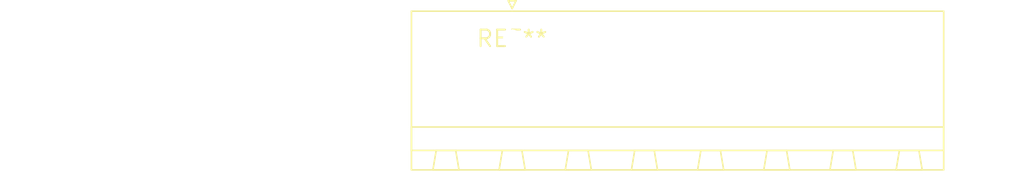
<source format=kicad_pcb>
(kicad_pcb (version 20240108) (generator pcbnew)
  (layers (0 "F.Cu" signal) (31 "B.Cu" signal) (34 "B.Paste" user) (35 "F.Paste" user) (36 "B.SilkS" user "B.Silkscreen") (37 "F.SilkS" user "F.Silkscreen") (38 "B.Mask" user) (39 "F.Mask" user) (44 "Edge.Cuts" user))
  (net 0 "")
  (footprint "PhoenixContact_MSTB_2,5_6-GF-5,08_1x06_P5.08mm_Horizontal_ThreadedFlange" (layer "F.Cu") (at 0 0)
    (property "Reference" "REF**")
    (property "Value" "PhoenixContact_MSTB_2,5_6-GF-5,08_1x06_P5.08mm_Horizontal_ThreadedFlange")
    (fp_line (start -7.73 -2.11) (end -7.73 10.11) (layer "F.SilkS") (stroke (width 0.12)))
    (fp_line (start -7.73 6.81) (end 33.13 6.81) (layer "F.SilkS") (stroke (width 0.12)))
    (fp_line (start -7.73 8.61) (end -7.73 6.81) (layer "F.SilkS") (stroke (width 0.12)))
    (fp_line (start -7.73 10.11) (end 33.13 10.11) (layer "F.SilkS") (stroke (width 0.12)))
    (fp_line (start -6.08 10.11) (end -4.08 10.11) (layer "F.SilkS") (stroke (width 0.12)))
    (fp_line (start -5.83 8.61) (end -6.08 10.11) (layer "F.SilkS") (stroke (width 0.12)))
    (fp_line (start -4.33 8.61) (end -5.83 8.61) (layer "F.SilkS") (stroke (width 0.12)))
    (fp_line (start -4.08 10.11) (end -4.33 8.61) (layer "F.SilkS") (stroke (width 0.12)))
    (fp_line (start -1 10.11) (end 1 10.11) (layer "F.SilkS") (stroke (width 0.12)))
    (fp_line (start -0.75 8.61) (end -1 10.11) (layer "F.SilkS") (stroke (width 0.12)))
    (fp_line (start -0.3 -2.91) (end 0.3 -2.91) (layer "F.SilkS") (stroke (width 0.12)))
    (fp_line (start 0 -2.31) (end -0.3 -2.91) (layer "F.SilkS") (stroke (width 0.12)))
    (fp_line (start 0.3 -2.91) (end 0 -2.31) (layer "F.SilkS") (stroke (width 0.12)))
    (fp_line (start 0.75 8.61) (end -0.75 8.61) (layer "F.SilkS") (stroke (width 0.12)))
    (fp_line (start 1 10.11) (end 0.75 8.61) (layer "F.SilkS") (stroke (width 0.12)))
    (fp_line (start 4.08 10.11) (end 6.08 10.11) (layer "F.SilkS") (stroke (width 0.12)))
    (fp_line (start 4.33 8.61) (end 4.08 10.11) (layer "F.SilkS") (stroke (width 0.12)))
    (fp_line (start 5.83 8.61) (end 4.33 8.61) (layer "F.SilkS") (stroke (width 0.12)))
    (fp_line (start 6.08 10.11) (end 5.83 8.61) (layer "F.SilkS") (stroke (width 0.12)))
    (fp_line (start 9.16 10.11) (end 11.16 10.11) (layer "F.SilkS") (stroke (width 0.12)))
    (fp_line (start 9.41 8.61) (end 9.16 10.11) (layer "F.SilkS") (stroke (width 0.12)))
    (fp_line (start 10.91 8.61) (end 9.41 8.61) (layer "F.SilkS") (stroke (width 0.12)))
    (fp_line (start 11.16 10.11) (end 10.91 8.61) (layer "F.SilkS") (stroke (width 0.12)))
    (fp_line (start 14.24 10.11) (end 16.24 10.11) (layer "F.SilkS") (stroke (width 0.12)))
    (fp_line (start 14.49 8.61) (end 14.24 10.11) (layer "F.SilkS") (stroke (width 0.12)))
    (fp_line (start 15.99 8.61) (end 14.49 8.61) (layer "F.SilkS") (stroke (width 0.12)))
    (fp_line (start 16.24 10.11) (end 15.99 8.61) (layer "F.SilkS") (stroke (width 0.12)))
    (fp_line (start 19.32 10.11) (end 21.32 10.11) (layer "F.SilkS") (stroke (width 0.12)))
    (fp_line (start 19.57 8.61) (end 19.32 10.11) (layer "F.SilkS") (stroke (width 0.12)))
    (fp_line (start 21.07 8.61) (end 19.57 8.61) (layer "F.SilkS") (stroke (width 0.12)))
    (fp_line (start 21.32 10.11) (end 21.07 8.61) (layer "F.SilkS") (stroke (width 0.12)))
    (fp_line (start 24.4 10.11) (end 26.4 10.11) (layer "F.SilkS") (stroke (width 0.12)))
    (fp_line (start 24.65 8.61) (end 24.4 10.11) (layer "F.SilkS") (stroke (width 0.12)))
    (fp_line (start 26.15 8.61) (end 24.65 8.61) (layer "F.SilkS") (stroke (width 0.12)))
    (fp_line (start 26.4 10.11) (end 26.15 8.61) (layer "F.SilkS") (stroke (width 0.12)))
    (fp_line (start 29.48 10.11) (end 31.48 10.11) (layer "F.SilkS") (stroke (width 0.12)))
    (fp_line (start 29.73 8.61) (end 29.48 10.11) (layer "F.SilkS") (stroke (width 0.12)))
    (fp_line (start 31.23 8.61) (end 29.73 8.61) (layer "F.SilkS") (stroke (width 0.12)))
    (fp_line (start 31.48 10.11) (end 31.23 8.61) (layer "F.SilkS") (stroke (width 0.12)))
    (fp_line (start 33.13 -2.11) (end -7.73 -2.11) (layer "F.SilkS") (stroke (width 0.12)))
    (fp_line (start 33.13 6.81) (end 33.13 8.61) (layer "F.SilkS") (stroke (width 0.12)))
    (fp_line (start 33.13 8.61) (end -7.73 8.61) (layer "F.SilkS") (stroke (width 0.12)))
    (fp_line (start 33.13 10.11) (end 33.13 -2.11) (layer "F.SilkS") (stroke (width 0.12)))
    (pad "1" thru_hole roundrect (at 0 0) (size 2.08 3.6) (drill 1.4) (layers *.Cu *.Mask) (remove_unused_layers) (roundrect_rratio 0.120192))
    (pad "2" thru_hole oval (at 5.08 0) (size 2.08 3.6) (drill 1.4) (layers *.Cu *.Mask) (remove_unused_layers))
    (pad "3" thru_hole oval (at 10.16 0) (size 2.08 3.6) (drill 1.4) (layers *.Cu *.Mask) (remove_unused_layers))
    (pad "4" thru_hole oval (at 15.24 0) (size 2.08 3.6) (drill 1.4) (layers *.Cu *.Mask) (remove_unused_layers))
    (pad "5" thru_hole oval (at 20.32 0) (size 2.08 3.6) (drill 1.4) (layers *.Cu *.Mask) (remove_unused_layers))
    (pad "6" thru_hole oval (at 25.4 0) (size 2.08 3.6) (drill 1.4) (layers *.Cu *.Mask) (remove_unused_layers))
  )
)
</source>
